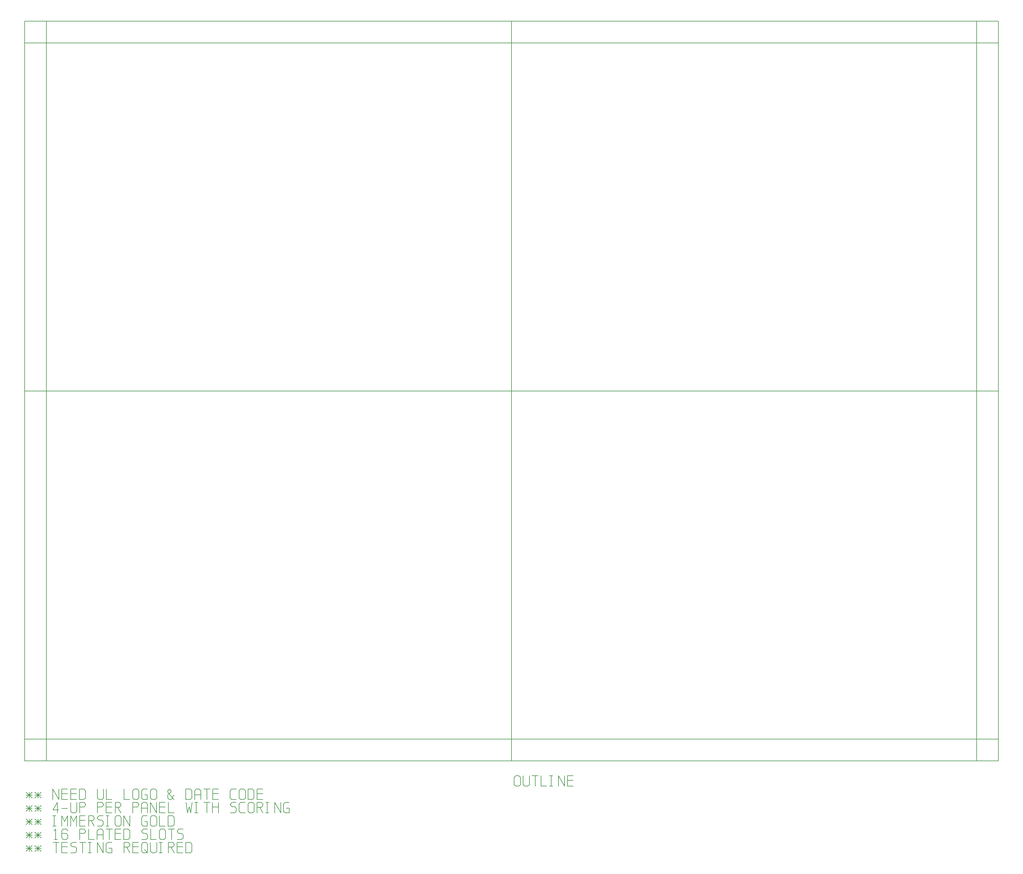
<source format=gbr>
*%FSLAX24Y24*%
%MOIN*%
%IPPOS*%
%ADD10C,0.2X0.158*%
%ADD11C,0.024*%
%ADD12C,0.063*%
%ADD13R,0.063X0.063*%
%ADD14C,0.07*%
%ADD15R,0.07X0.07*%
%ADD16C,0.12*%
%ADD17R,0.0374X0.0516*%
%ADD18C,0.08*%
%ADD19R,0.0516X0.0374*%
%ADD20R,0.0406X0.0744*%
%ADD21R,0.028X0.0146*%
%ADD22R,0.076X0.0189*%
%ADD23C,0.02*%
%ADD24R,0.0839X0.0303*%
%ADD25R,0.2165X0.1142*%
%ADD26R,0.0158X0.0575*%
%ADD27R,0.026X0.0516*%
%ADD28R,0.1638X0.0835*%
%ADD29O,0.11X0.141*%
%ADD30C,0.062*%
%ADD31R,0.0476X0.0697*%
%ADD32C,0.074X0.066*%
%ADD33R,0.0516X0.026*%
%ADD34R,0.0594X0.0161*%
%ADD35C,0.04*%
%ADD36R,0.0516X0.0161*%
%ADD37R,0.0299X0.0535*%
%ADD38R,0.0535X0.0299*%
%ADD39R,0.0303X0.0362*%
%ADD40R,0.061X0.1382*%
%ADD41R,0.0402X0.0406*%
%ADD42R,0.083X0.079*%
%ADD43R,0.016X0.053*%
%ADD44R,0.063X0.075*%
%ADD45R,0.3555X0.3173*%
%ADD46R,0.0362X0.0697*%
%ADD47C,0.01*%
%ADD48C,0.02*%
%ADD49C,0.03*%
%ADD50C,0.05*%
%ADD51C,0.015*%
%ADD52C,0.025*%
%ADD53C,0.016*%
%ADD54C,0.018*%
%ADD55C,0.075*%
%ADD56C,0.1*%
%ADD57C,0.007*%
%ADD58C,0.008*%
%ADD59C,0.039*%
%ADD60C,0.22*%
%ADD61C,0.036*%
%AMD62*
1,1,0.09,0.0,0.0*
1,0,0.07,0.0,0.0*
20,0,0.015,0.0337,-0.0337,-0.0337,0.0337,0.0*
20,0,0.015,-0.0337,-0.0337,0.0337,0.0337,0.0*%
%ADD62D62*%
G04:---LTIenv:A062:5,0.09,0.015,0.07,4,45.0 *
%ADD63C,0.04*%
%AMD64*
1,1,0.082,0.0,0.0*
1,0,0.062,0.0,0.0*
20,0,0.015,0.0308,-0.0308,-0.0308,0.0308,0.0*
20,0,0.015,-0.0308,-0.0308,0.0308,0.0308,0.0*%
%ADD64D64*%
G04:---LTIenv:A064:5,0.082,0.015,0.062,4,45.0 *
%ADD65C,0.15*%
%ADD66C,0.05*%
%ADD67R,0.25X0.25*%
%ADD68C,0.1*%
%AMD69*
1,1,0.1,0.0,0.0*
1,0,0.0875,0.0,0.0*
1,1,0.05,0.0,0.0*
1,0,0.0375,0.0,0.0*
20,1,0.0062,0.0,-0.0969,0.0,0.0969,0.0*
20,1,0.0062,-0.0969,0.0,0.0969,0.0,0.0*%
%ADD69D69*%
G04:---LTIenv:A069:6,0.2,6 *
%ADD100C,0.04*%
%ADD101C,0.062*%
%ADD104C,0.02*%
%ADD105C,0.01*%
%ADD106C,0.02*%
%ADD107C,0.03*%
%ADD108C,0.05*%
%ADD109C,0.1*%
%ADD110C,0.026*%
%ADD117C,0.026*%
%ADD118R,0.042X0.076*%
%ADD119R,0.362X0.323*%
%ADD120C,0.08*%
%ADD121C,0.056*%
%ADD122C,0.085*%
%ADD123C,0.078*%
%ADD124C,0.094*%
%AMD125*
1,1,0.084,0.0,0.0*
1,0,0.064,0.0,0.0*
20,0,0.015,0.0315,-0.0315,-0.0315,0.0315,0.0*
20,0,0.015,-0.0315,-0.0315,0.0315,0.0315,0.0*%
%ADD125D125*%
G04:---LTIenv:A125:5,0.084,0.015,0.064,4,45.0 *
%ADD126O,0.125X0.154*%
%ADD127R,0.069X0.081*%
%ADD128C,0.135*%
%ADD131C,0.068*%
%ADD132C,0.046*%
%ADD135C,0.126*%
%ADD136R,0.076X0.076*%
%ADD137C,0.076*%
%ADD138R,0.069X0.069*%
%ADD139C,0.069*%
%ADD140C,0.03*%
%ADD141C,0.206*%
%ADD142R,0.02X0.057*%
%ADD143R,0.089X0.085*%
%ADD144R,0.046X0.047*%
%ADD145R,0.067X0.144*%
%ADD146R,0.036X0.042*%
%ADD147R,0.06X0.036*%
%ADD148R,0.036X0.06*%
%ADD149R,0.056X0.02*%
%ADD150C,0.046*%
%ADD151R,0.063X0.02*%
%ADD152R,0.058X0.032*%
%ADD153C,0.08*%
%ADD154R,0.054X0.076*%
%ADD155C,0.068*%
%ADD156O,0.116X0.147*%
%ADD157R,0.17X0.09*%
%ADD158R,0.032X0.058*%
%ADD159R,0.02X0.062*%
%ADD160R,0.223X0.12*%
%ADD161R,0.087X0.0325*%
%ADD162R,0.078X0.02*%
%ADD163R,0.034X0.021*%
%ADD164R,0.047X0.08*%
%ADD165R,0.058X0.043*%
%ADD166C,0.086*%
%ADD167R,0.043X0.058*%
%ADD168C,0.126*%
%ADD169R,0.076X0.076*%
%ADD170C,0.076*%
%ADD171R,0.069X0.069*%
%ADD172C,0.069*%
%ADD173C,0.03*%
%ADD174C,0.206*%
%ADD200C,0.002*%
%ADD901C,0.01*%
G04:---LTIenv:A901:15,0.01,1 *
%ADD902C,0.013*%
G04:---LTIenv:A902:15,0.013,2 *
%ADD903C,0.028*%
G04:---LTIenv:A903:15,0.028,3 *
%ADD904C,0.042*%
G04:---LTIenv:A904:15,0.042,4 *
%ADD905C,0.044*%
G04:---LTIenv:A905:15,0.044,5 *
%ADD906C,0.05*%
G04:---LTIenv:A906:15,0.05,6 *
%ADD907C,0.067*%
G04:---LTIenv:A907:15,0.067,7 *
%ADD908C,0.064*%
G04:---LTIenv:A908:15,0.064,8 *
%ADD909C,0.156*%
G04:---LTIenv:A909:15,0.156,9 *
%ADD910C,0.07*%
G04:---LTIenv:A910:15,0.07,10 *
%ADD911C,0.125*%
G04:---LTIenv:A911:15,0.125,11 *

%LPD*%
D58*X151Y-3615D2*X869Y-4266D1*X151D2*X869Y-3615D1*X151Y-3945D2*X869D1*X510Y-4266D2*Y-3615D1*X1172D2*X1890Y-4266D1*X1172D2*X1890Y-3615D1*X1172Y-3945D2*X1890D1*X1531Y-4266D2*Y-3615D1*X3931Y-3246D2*Y-4446D1*X3241Y-3246*Y-4446*X4271Y-3756D2*X4932D1*Y-3246D2*X4271D1*Y-4446*X4932*X5291Y-3756D2*X5953D1*Y-3246D2*X5291D1*Y-4446*X5953*X6803D2*X6983Y-4266D1*Y-3435*X6803Y-3246*X6293*Y-4446*X6803*X9061Y-3246D2*Y-4266D1*X8882Y-4446*X8523*X8343Y-4266*Y-3246*X10035Y-4446D2*X9383D1*Y-3246*X12076Y-4446D2*X11424D1*Y-3246*X12416Y-3435D2*Y-4266D1*X12595Y-4446*X12954*X13134Y-4266*Y-3435*X12954Y-3246*X12595*X12416Y-3435*X13776Y-3907D2*X14107D1*Y-4446*X13625*X13446Y-4266*Y-3435*X13625Y-3246*X14107*X14457Y-3435D2*Y-4266D1*X14636Y-4446*X14995*X15175Y-4266*Y-3435*X14995Y-3246*X14636*X14457Y-3435*X17169Y-4446D2*X16450Y-3615D1*Y-3435*X16649Y-3246*X16838Y-3435*Y-3615*X16450Y-3907*Y-4266*X16630Y-4446*X16809*X16989Y-4304*Y-4125*X17169Y-3945*X19049Y-4446D2*X19228Y-4266D1*Y-3435*X19049Y-3246*X18539*Y-4446*X19049*X19559Y-3907D2*X20249D1*Y-4446D2*Y-3435D1*X20069Y-3246*X19739*X19559Y-3435*Y-4446*X20957D2*Y-3246D1*X20598D2*X21317D1*X21619Y-3756D2*X22280D1*Y-3246D2*X21619D1*Y-4446*X22280*X24340D2*X23802D1*X23622Y-4266*Y-3435*X23802Y-3246*X24340*X24661Y-3435D2*Y-4266D1*X24841Y-4446*X25200*X25380Y-4266*Y-3435*X25200Y-3246*X24841*X24661Y-3435*X26192Y-4446D2*X26372Y-4266D1*Y-3435*X26192Y-3246*X25682*Y-4446*X26192*X26721Y-3756D2*X27383D1*Y-3246D2*X26721D1*Y-4446*X27383*X151Y-5145D2*X869Y-5797D1*X151D2*X869Y-5145D1*X151Y-5476D2*X869D1*X510Y-5797D2*Y-5145D1*X1172D2*X1890Y-5797D1*X1172D2*X1890Y-5145D1*X1172Y-5476D2*X1890D1*X1531Y-5797D2*Y-5145D1*X3940Y-5618D2*X3250D1*X3761Y-4777*Y-5977*X4271Y-5476D2*X4932D1*X6000Y-4777D2*Y-5797D1*X5820Y-5977*X5461*X5282Y-5797*Y-4777*X6312Y-5287D2*X6822D1*X7002Y-5107*Y-4966*X6822Y-4777*X6312*Y-5977*X8353Y-5287D2*X8863D1*X9043Y-5107*Y-4966*X8863Y-4777*X8353*Y-5977*X9373Y-5287D2*X10035D1*Y-4777D2*X9373D1*Y-5977*X10035*X10706Y-5325D2*X11065Y-5977D1*X10413Y-5325D2*X10885D1*X11065Y-5145*Y-4966*X10885Y-4777*X10413*Y-5977*X12435Y-5287D2*X12945D1*X13124Y-5107*Y-4966*X12945Y-4777*X12435*Y-5977*X13436Y-5438D2*X14126D1*Y-5977D2*Y-4966D1*X13946Y-4777*X13616*X13436Y-4966*Y-5977*X15156Y-4777D2*Y-5977D1*X14466Y-4777*Y-5977*X15496Y-5287D2*X16157D1*Y-4777D2*X15496D1*Y-5977*X16157*X17178D2*X16526D1*Y-4777*X19247D2*X19096Y-5977D1*X18917Y-5259*X18737Y-5977*X18557Y-4777*X19550Y-5977D2*X19909D1*X19729D2*Y-4777D1*X19550D2*X19909D1*X20957Y-5977D2*Y-4777D1*X20598D2*X21317D1*X21600Y-5287D2*X22290D1*Y-5977D2*Y-4777D1*X21600Y-5977D2*Y-4777D1*X23669Y-5977D2*X24151D1*X24331Y-5797*Y-5438*X24151Y-5259*X23849*X23669Y-5079*Y-4966*X23849Y-4777*X24331*X25361Y-5977D2*X24822D1*X24643Y-5797*Y-4966*X24822Y-4777*X25361*X25682Y-4966D2*Y-5797D1*X25861Y-5977*X26220*X26400Y-5797*Y-4966*X26220Y-4777*X25861*X25682Y-4966*X27033Y-5325D2*X27392Y-5977D1*X26740Y-5325D2*X27213D1*X27392Y-5145*Y-4966*X27213Y-4777*X26740*Y-5977*X27713D2*X28072D1*X27893D2*Y-4777D1*X27713D2*X28072D1*X29443D2*Y-5977D1*X28753Y-4777*Y-5977*X30104Y-5438D2*X30435D1*Y-5977*X29953*X29773Y-5797*Y-4966*X29953Y-4777*X30435*X151Y-6676D2*X869Y-7328D1*X151D2*X869Y-6676D1*X151Y-7007D2*X869D1*X510Y-7328D2*Y-6676D1*X1172D2*X1890Y-7328D1*X1172D2*X1890Y-6676D1*X1172Y-7007D2*X1890D1*X1531Y-7328D2*Y-6676D1*X3222Y-7507D2*X3581D1*X3402D2*Y-6307D1*X3222D2*X3581D1*X4932Y-7507D2*Y-6307D1*X4602Y-6969*X4271Y-6307*Y-7507*X5953D2*Y-6307D1*X5622Y-6969*X5291Y-6307*Y-7507*X6312Y-6818D2*X6973D1*Y-6307D2*X6312D1*Y-7507*X6973*X7644Y-6855D2*X8003Y-7507D1*X7351Y-6855D2*X7824D1*X8003Y-6676*Y-6496*X7824Y-6307*X7351*Y-7507*X8362D2*X8844D1*X9024Y-7328*Y-6969*X8844Y-6789*X8542*X8362Y-6610*Y-6496*X8542Y-6307*X9024*X9345Y-7507D2*X9704D1*X9524D2*Y-6307D1*X9345D2*X9704D1*X10375Y-6496D2*Y-7328D1*X10554Y-7507*X10913*X11093Y-7328*Y-6496*X10913Y-6307*X10554*X10375Y-6496*X12094Y-6307D2*Y-7507D1*X11405Y-6307*Y-7507*X13776Y-6969D2*X14107D1*Y-7507*X13625*X13446Y-7328*Y-6496*X13625Y-6307*X14107*X14457Y-6496D2*Y-7328D1*X14636Y-7507*X14995*X15175Y-7328*Y-6496*X14995Y-6307*X14636*X14457Y-6496*X16157Y-7507D2*X15506D1*Y-6307*X17008Y-7507D2*X17187Y-7328D1*Y-6496*X17008Y-6307*X16498*Y-7507*X17008*X151Y-8207D2*X869Y-8859D1*X151D2*X869Y-8207D1*X151Y-8537D2*X869D1*X510Y-8859D2*Y-8207D1*X1172D2*X1890Y-8859D1*X1172D2*X1890Y-8207D1*X1172Y-8537D2*X1890D1*X1531Y-8859D2*Y-8207D1*X3392Y-9038D2*X3751D1*X3572D2*Y-7838D1*X3392Y-8027*X4252Y-8348D2*X4791D1*X4970Y-8537*Y-8859*X4791Y-9038*X4431*X4252Y-8802*Y-8027*X4431Y-7838*X4791*X4970Y-8027*X6312Y-8348D2*X6822D1*X7002Y-8169*Y-8027*X6822Y-7838*X6312*Y-9038*X7994D2*X7342D1*Y-7838*X8334Y-8500D2*X9024D1*Y-9038D2*Y-8027D1*X8844Y-7838*X8513*X8334Y-8027*Y-9038*X9732D2*Y-7838D1*X9373D2*X10091D1*X10394Y-8348D2*X11055D1*Y-7838D2*X10394D1*Y-9038*X11055*X11906D2*X12085Y-8859D1*Y-8027*X11906Y-7838*X11395*Y-9038*X11906*X13465D2*X13946D1*X14126Y-8859*Y-8500*X13946Y-8320*X13644*X13465Y-8140*Y-8027*X13644Y-7838*X14126*X15137Y-9038D2*X14485D1*Y-7838*X15477Y-8027D2*Y-8859D1*X15657Y-9038*X16016*X16195Y-8859*Y-8027*X16016Y-7838*X15657*X15477Y-8027*X16876Y-9038D2*Y-7838D1*X16517D2*X17235D1*X17546Y-9038D2*X18028D1*X18208Y-8859*Y-8500*X18028Y-8320*X17726*X17546Y-8140*Y-8027*X17726Y-7838*X18208*X151Y-9737D2*X869Y-10389D1*X151D2*X869Y-9737D1*X151Y-10068D2*X869D1*X510Y-10389D2*Y-9737D1*X1172D2*X1890Y-10389D1*X1172D2*X1890Y-9737D1*X1172Y-10068D2*X1890D1*X1531Y-10389D2*Y-9737D1*X3609Y-10569D2*Y-9369D1*X3250D2*X3969D1*X4271Y-9879D2*X4932D1*Y-9369D2*X4271D1*Y-10569*X4932*X5301D2*X5783D1*X5962Y-10389*Y-10030*X5783Y-9851*X5480*X5301Y-9671*Y-9558*X5480Y-9369*X5962*X6671Y-10569D2*Y-9369D1*X6312D2*X7030D1*X7304Y-10569D2*X7663D1*X7483D2*Y-9369D1*X7304D2*X7663D1*X9033D2*Y-10569D1*X8343Y-9369*Y-10569*X9694Y-10030D2*X10025D1*Y-10569*X9543*X9364Y-10389*Y-9558*X9543Y-9369*X10025*X11726Y-9917D2*X12085Y-10569D1*X11433Y-9917D2*X11906D1*X12085Y-9737*Y-9558*X11906Y-9369*X11433*Y-10569*X12435Y-9879D2*X13096D1*Y-9369D2*X12435D1*Y-10569*X13096*X13776Y-10210D2*X14135Y-10569D1*X13625Y-9369D2*X13446Y-9558D1*Y-10389*X13625Y-10569*X13956*X14135Y-10389*Y-9558*X13956Y-9369*X13625*X15184D2*Y-10389D1*X15005Y-10569*X14646*X14466Y-10389*Y-9369*X15468Y-10569D2*X15827D1*X15647D2*Y-9369D1*X15468D2*X15827D1*X16828Y-9917D2*X17187Y-10569D1*X16535Y-9917D2*X17008D1*X17187Y-9737*Y-9558*X17008Y-9369*X16535*Y-10569*X17537Y-9879D2*X18198D1*Y-9369D2*X17537D1*Y-10569*X18198*X19049D2*X19228Y-10389D1*Y-9558*X19049Y-9369*X18539*Y-10569*X19049*X56295Y-1904D2*Y-2735D1*X56475Y-2915*X56834*X57013Y-2735*Y-1904*X56834Y-1715*X56475*X56295Y-1904*X58043Y-1715D2*Y-2735D1*X57864Y-2915*X57505*X57325Y-2735*Y-1715*X58714Y-2915D2*Y-1715D1*X58355D2*X59073D1*X60037Y-2915D2*X59385D1*Y-1715*X60368Y-2915D2*X60727D1*X60547D2*Y-1715D1*X60368D2*X60727D1*X62097D2*Y-2915D1*X61407Y-1715*Y-2915*X62437Y-2225D2*X63098D1*Y-1715D2*X62437D1*Y-2915*X63098*X109500Y0D2*Y85000D1*X56000Y0D2*Y85000D1*X2500Y0D2*Y85000D1*X0Y82500D2*X112000D1*X0Y42500D2*X112000D1*X0Y2500D2*X112000D1*X0Y0D2*Y85000D1*X112000*Y0*X0*X2500Y82500D2*Y42500D1*X56000*Y82500*X2500*X56000Y42500D2*X109500D1*Y82500*X56000*Y2500D2*X109500D1*Y42500*X2500D2*Y2500D1*X56000*Y42500*X0Y0D2*M02*
</source>
